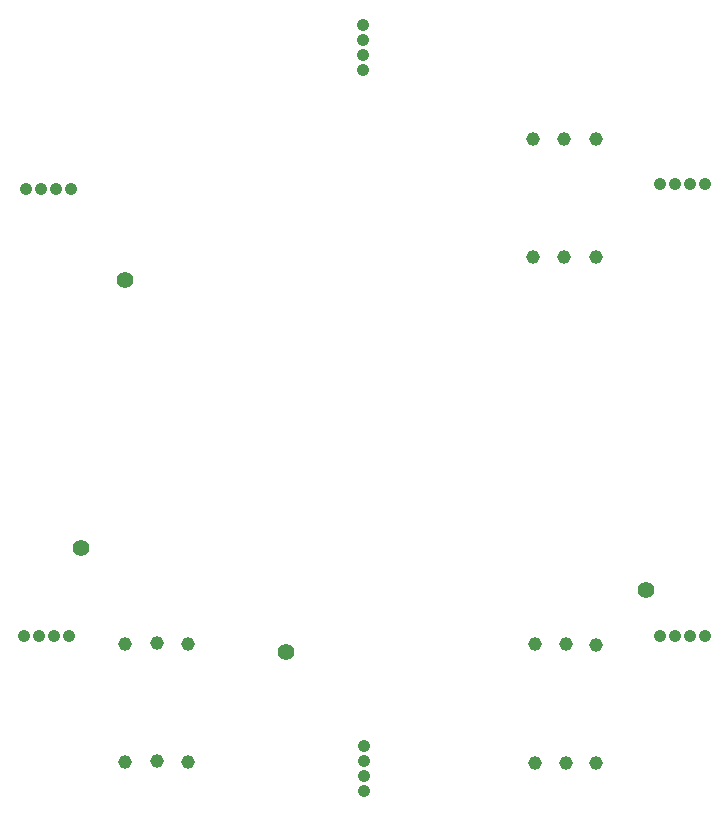
<source format=gbs>
G04*
G04 #@! TF.GenerationSoftware,Altium Limited,Altium Designer,21.0.8 (223)*
G04*
G04 Layer_Color=16711935*
%FSLAX25Y25*%
%MOIN*%
G70*
G04*
G04 #@! TF.SameCoordinates,7D5CD3C5-D8CC-49FF-9A51-A3FBF932E8B6*
G04*
G04*
G04 #@! TF.FilePolarity,Negative*
G04*
G01*
G75*
%ADD17C,0.04528*%
%ADD18C,0.04134*%
%ADD19C,0.05591*%
D17*
X56300Y89900D02*
D03*
Y50530D02*
D03*
X-58600Y-78430D02*
D03*
Y-117800D02*
D03*
X-69100Y-78300D02*
D03*
Y-117670D02*
D03*
X-79600Y-78430D02*
D03*
Y-117800D02*
D03*
X77400Y-78830D02*
D03*
Y-118200D02*
D03*
X77300Y50530D02*
D03*
Y89900D02*
D03*
X66800Y50400D02*
D03*
Y89770D02*
D03*
X56900Y-78730D02*
D03*
Y-118100D02*
D03*
X67400Y-78730D02*
D03*
Y-118100D02*
D03*
D18*
X98500Y-75800D02*
D03*
X113500D02*
D03*
X108500D02*
D03*
X103500D02*
D03*
X0Y-112700D02*
D03*
Y-127700D02*
D03*
Y-122700D02*
D03*
Y-117700D02*
D03*
X-300Y112700D02*
D03*
Y127700D02*
D03*
Y122700D02*
D03*
Y117700D02*
D03*
X-98500Y-75800D02*
D03*
X-113500D02*
D03*
X-108500D02*
D03*
X-103500D02*
D03*
X-97800Y73200D02*
D03*
X-112800D02*
D03*
X-107800D02*
D03*
X-102800D02*
D03*
X98500Y74600D02*
D03*
X113500D02*
D03*
X108500D02*
D03*
X103500D02*
D03*
D19*
X94000Y-60700D02*
D03*
X-79800Y42900D02*
D03*
X-25900Y-81300D02*
D03*
X-94200Y-46500D02*
D03*
M02*

</source>
